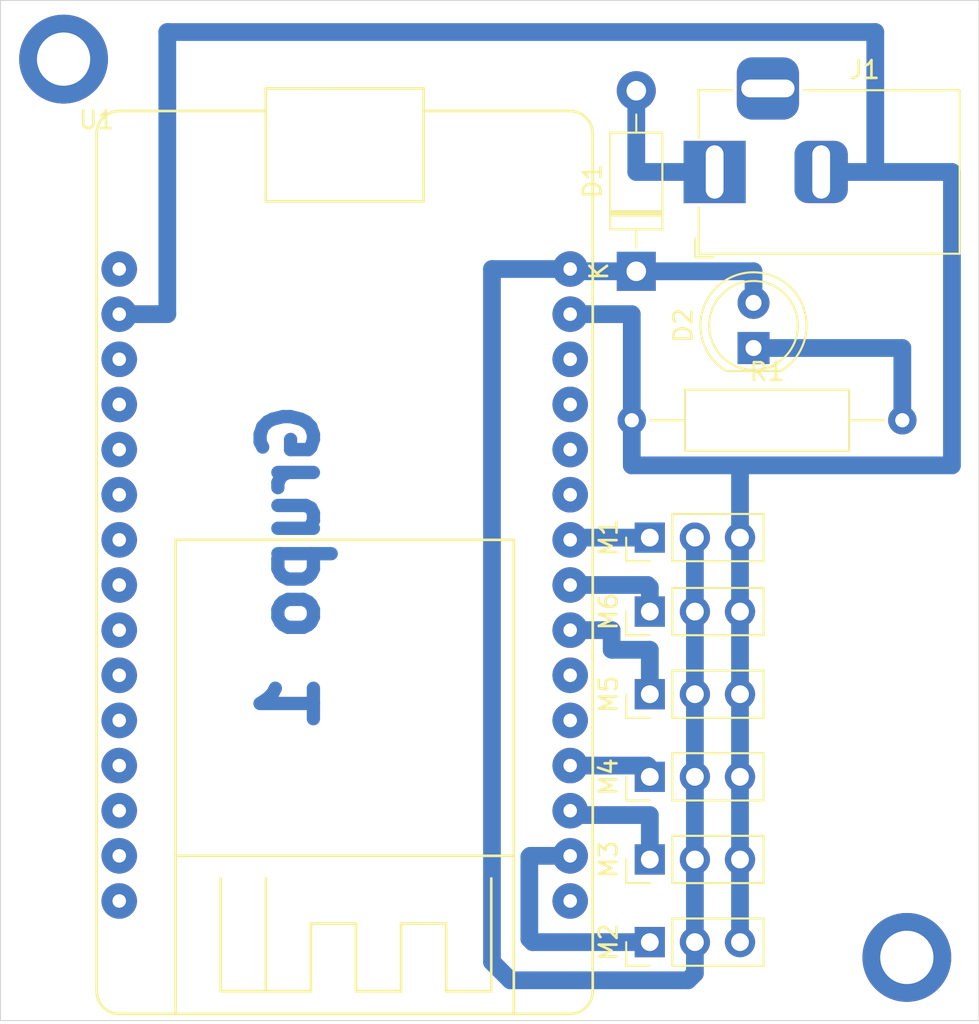
<source format=kicad_pcb>
(kicad_pcb (version 20240108) (generator "pcbnew") (generator_version "8.0")
  (layers (0 "F.Cu" signal) (31 "B.Cu" signal) (34 "B.Paste" user) (35 "F.Paste" user) (36 "B.SilkS" user "B.Silkscreen") (37 "F.SilkS" user "F.Silkscreen") (38 "B.Mask" user) (39 "F.Mask" user) (44 "Edge.Cuts" user))
  (net 0 "")
  (net 1 "+5V")
  (net 2 "Net-(D1-A)")
  (net 3 "GND")
  (net 4 "/SERVO1")
  (net 5 "/SERVO2")
  (net 6 "/SERVO3")
  (net 7 "/SERVO4")
  (net 8 "/SERVO5")
  (net 9 "/SERVO6")
  (net 26 "+3V3")
  (net 30 "Net-(D2-K)")
  (footprint "DOIT_ESP32:DOIT_ESP32_Devkit_mirko" (layer "F.Cu") (at 91.2735 57.531)
    (property "Reference" "U1" (at 0 0.5 0) (layer "F.SilkS"))
    (property "Value" "ESP32-Devkit-V1")
    (fp_line (start 0 49.53) (end 0 1.27) (stroke (width 0.15)) (layer "F.SilkS"))
    (fp_line (start 1.27 50.8) (end 26.67 50.8) (stroke (width 0.15)) (layer "F.SilkS"))
    (fp_line (start 4.445 24.13) (end 23.495 24.13) (stroke (width 0.15)) (layer "F.SilkS"))
    (fp_line (start 4.445 50.8) (end 4.445 24.13) (stroke (width 0.15)) (layer "F.SilkS"))
    (fp_line (start 6.985 43.18) (end 6.985 49.53) (stroke (width 0.15)) (layer "F.SilkS"))
    (fp_line (start 6.985 49.53) (end 9.525 49.53) (stroke (width 0.15)) (layer "F.SilkS"))
    (fp_line (start 9.525 -1.27) (end 9.525 5.08) (stroke (width 0.15)) (layer "F.SilkS"))
    (fp_line (start 9.525 0) (end 1.27 0) (stroke (width 0.15)) (layer "F.SilkS"))
    (fp_line (start 9.525 5.08) (end 10.795 5.08) (stroke (width 0.15)) (layer "F.SilkS"))
    (fp_line (start 9.525 49.53) (end 9.525 43.18) (stroke (width 0.15)) (layer "F.SilkS"))
    (fp_line (start 9.525 49.53) (end 12.065 49.53) (stroke (width 0.15)) (layer "F.SilkS"))
    (fp_line (start 10.795 -1.27) (end 9.525 -1.27) (stroke (width 0.15)) (layer "F.SilkS"))
    (fp_line (start 12.065 -1.27) (end 10.795 -1.27) (stroke (width 0.15)) (layer "F.SilkS"))
    (fp_line (start 12.065 -1.27) (end 18.415 -1.27) (stroke (width 0.15)) (layer "F.SilkS"))
    (fp_line (start 12.065 45.72) (end 14.605 45.72) (stroke (width 0.15)) (layer "F.SilkS"))
    (fp_line (start 12.065 46.99) (end 12.065 45.72) (stroke (width 0.15)) (layer "F.SilkS"))
    (fp_line (start 12.065 49.53) (end 12.065 46.99) (stroke (width 0.15)) (layer "F.SilkS"))
    (fp_line (start 14.605 45.72) (end 14.605 49.53) (stroke (width 0.15)) (layer "F.SilkS"))
    (fp_line (start 14.605 49.53) (end 17.145 49.53) (stroke (width 0.15)) (layer "F.SilkS"))
    (fp_line (start 17.145 45.72) (end 19.685 45.72) (stroke (width 0.15)) (layer "F.SilkS"))
    (fp_line (start 17.145 49.53) (end 17.145 45.72) (stroke (width 0.15)) (layer "F.SilkS"))
    (fp_line (start 18.415 -1.27) (end 18.415 2.54) (stroke (width 0.15)) (layer "F.SilkS"))
    (fp_line (start 18.415 0) (end 26.67 0) (stroke (width 0.15)) (layer "F.SilkS"))
    (fp_line (start 18.415 3.81) (end 18.415 2.54) (stroke (width 0.15)) (layer "F.SilkS"))
    (fp_line (start 18.415 3.81) (end 18.415 5.08) (stroke (width 0.15)) (layer "F.SilkS"))
    (fp_line (start 18.415 5.08) (end 10.795 5.08) (stroke (width 0.15)) (layer "F.SilkS"))
    (fp_line (start 19.685 45.72) (end 19.685 48.26) (stroke (width 0.15)) (layer "F.SilkS"))
    (fp_line (start 19.685 48.26) (end 19.685 49.53) (stroke (width 0.15)) (layer "F.SilkS"))
    (fp_line (start 19.685 49.53) (end 22.225 49.53) (stroke (width 0.15)) (layer "F.SilkS"))
    (fp_line (start 22.225 49.53) (end 22.225 43.18) (stroke (width 0.15)) (layer "F.SilkS"))
    (fp_line (start 23.495 24.13) (end 23.495 50.8) (stroke (width 0.15)) (layer "F.SilkS"))
    (fp_line (start 23.495 41.91) (end 4.445 41.91) (stroke (width 0.15)) (layer "F.SilkS"))
    (fp_line (start 27.94 1.27) (end 27.94 49.53) (stroke (width 0.15)) (layer "F.SilkS"))
    (fp_arc (start 0 1.27) (mid 0.371974 0.371974) (end 1.27 0) (stroke (width 0.15)) (layer "F.SilkS"))
    (fp_arc (start 1.27 50.8) (mid 0.371974 50.428026) (end 0 49.53) (stroke (width 0.15)) (layer "F.SilkS"))
    (fp_arc (start 26.67 0) (mid 27.568026 0.371974) (end 27.94 1.27) (stroke (width 0.15)) (layer "F.SilkS"))
    (fp_arc (start 27.94 49.53) (mid 27.568026 50.428026) (end 26.67 50.8) (stroke (width 0.15)) (layer "F.SilkS"))
    (pad "1" thru_hole circle (at 26.67 8.89) (size 2 2) (drill 0.762) (layers "*.Cu" "*.Mask") (net 1 "+5V"))
    (pad "2" thru_hole circle (at 26.67 11.43) (size 2 2) (drill 0.762) (layers "*.Cu" "*.Mask") (net 3 "GND"))
    (pad "3" thru_hole circle (at 26.67 13.97) (size 2 2) (drill 0.762) (layers "*.Cu" "*.Mask"))
    (pad "4" thru_hole circle (at 26.67 16.51) (size 2 2) (drill 0.762) (layers "*.Cu" "*.Mask"))
    (pad "5" thru_hole circle (at 26.67 19.05) (size 2 2) (drill 0.762) (layers "*.Cu" "*.Mask"))
    (pad "6" thru_hole circle (at 26.67 21.59) (size 2 2) (drill 0.762) (layers "*.Cu" "*.Mask"))
    (pad "7" thru_hole circle (at 26.67 24.13) (size 2 2) (drill 0.762) (layers "*.Cu" "*.Mask") (net 4 "/SERVO1"))
    (pad "8" thru_hole circle (at 26.67 26.67) (size 2 2) (drill 0.762) (layers "*.Cu" "*.Mask") (net 9 "/SERVO6"))
    (pad "9" thru_hole circle (at 26.67 29.21) (size 2 2) (drill 0.762) (layers "*.Cu" "*.Mask") (net 8 "/SERVO5"))
    (pad "10" thru_hole circle (at 26.67 31.75) (size 2 2) (drill 0.762) (layers "*.Cu" "*.Mask"))
    (pad "11" thru_hole circle (at 26.67 34.29) (size 2 2) (drill 0.762) (layers "*.Cu" "*.Mask"))
    (pad "12" thru_hole circle (at 26.67 36.83) (size 2 2) (drill 0.762) (layers "*.Cu" "*.Mask") (net 7 "/SERVO4"))
    (pad "13" thru_hole circle (at 26.67 39.37) (size 2 2) (drill 0.762) (layers "*.Cu" "*.Mask") (net 6 "/SERVO3"))
    (pad "14" thru_hole circle (at 26.67 41.91) (size 2 2) (drill 0.762) (layers "*.Cu" "*.Mask") (net 5 "/SERVO2"))
    (pad "15" thru_hole circle (at 26.67 44.45) (size 2 2) (drill 0.762) (layers "*.Cu" "*.Mask"))
    (pad "16" thru_hole circle (at 1.27 44.45) (size 2 2) (drill 0.762) (layers "*.Cu" "*.Mask"))
    (pad "17" thru_hole circle (at 1.27 41.91) (size 2 2) (drill 0.762) (layers "*.Cu" "*.Mask"))
    (pad "18" thru_hole circle (at 1.27 39.37) (size 2 2) (drill 0.762) (layers "*.Cu" "*.Mask"))
    (pad "19" thru_hole circle (at 1.27 36.83) (size 2 2) (drill 0.762) (layers "*.Cu" "*.Mask"))
    (pad "20" thru_hole circle (at 1.27 34.29) (size 2 2) (drill 0.762) (layers "*.Cu" "*.Mask"))
    (pad "21" thru_hole circle (at 1.27 31.75) (size 2 2) (drill 0.762) (layers "*.Cu" "*.Mask"))
    (pad "22" thru_hole circle (at 1.27 29.21) (size 2 2) (drill 0.762) (layers "*.Cu" "*.Mask"))
    (pad "23" thru_hole circle (at 1.27 26.67) (size 2 2) (drill 0.762) (layers "*.Cu" "*.Mask"))
    (pad "24" thru_hole circle (at 1.27 24.13) (size 2 2) (drill 0.762) (layers "*.Cu" "*.Mask"))
    (pad "25" thru_hole circle (at 1.27 21.59) (size 2 2) (drill 0.762) (layers "*.Cu" "*.Mask"))
    (pad "26" thru_hole circle (at 1.27 19.05) (size 2 2) (drill 0.762) (layers "*.Cu" "*.Mask"))
    (pad "27" thru_hole circle (at 1.27 16.51) (size 2 2) (drill 0.762) (layers "*.Cu" "*.Mask"))
    (pad "28" thru_hole circle (at 1.27 13.97) (size 2 2) (drill 0.762) (layers "*.Cu" "*.Mask"))
    (pad "29" thru_hole circle (at 1.27 11.43) (size 2 2) (drill 0.762) (layers "*.Cu" "*.Mask") (net 3 "GND"))
    (pad "30" thru_hole circle (at 1.27 8.89) (size 2 2) (drill 0.762) (layers "*.Cu" "*.Mask") (net 26 "+3V3"))
  )
  (footprint "Connector_BarrelJack:BarrelJack_Horizontal" (layer "F.Cu") (at 126.08 60.96 180)
    (property "Reference" "J1" (at -8.45 5.75 180) (layer "F.SilkS"))
    (property "Value" "Jack-DC")
    (fp_line (start 1.1 -3.75) (end 1.1 -4.8) (stroke (width 0.12)) (layer "F.SilkS"))
    (fp_line (start 0.9 4.6) (end -1 4.6) (stroke (width 0.12)) (layer "F.SilkS"))
    (fp_line (start 0.9 1.9) (end 0.9 4.6) (stroke (width 0.12)) (layer "F.SilkS"))
    (fp_line (start 0.9 -4.6) (end 0.9 -2) (stroke (width 0.12)) (layer "F.SilkS"))
    (fp_line (start 0.05 -4.8) (end 1.1 -4.8) (stroke (width 0.12)) (layer "F.SilkS"))
    (fp_line (start -5 4.6) (end -13.8 4.6) (stroke (width 0.12)) (layer "F.SilkS"))
    (fp_line (start -13.8 4.6) (end -13.8 -4.6) (stroke (width 0.12)) (layer "F.SilkS"))
    (fp_line (start -13.8 -4.6) (end 0.9 -4.6) (stroke (width 0.12)) (layer "F.SilkS"))
    (pad "1" thru_hole rect (at 0 0 180) (size 3.5 3.5) (drill oval 1 3) (layers "*.Cu" "*.Mask") (net 2 "Net-(D1-A)"))
    (pad "2" thru_hole roundrect (at -6 0 180) (size 3 3.5) (drill oval 1 3) (layers "*.Cu" "*.Mask") (net 3 "GND"))
    (pad "3" thru_hole roundrect (at -3 4.7 180) (size 3.5 3.5) (drill oval 3 1) (layers "*.Cu" "*.Mask"))
  )
  (footprint "Connector_PinHeader_2.54mm:PinHeader_1x03_P2.54mm_Vertical" (layer "F.Cu") (at 122.428 85.696 90)
    (property "Reference" "M6" (at 0 -2.33 -90) (layer "F.SilkS"))
    (property "Value" "Motor_Servo")
    (fp_line (start -1.33 -1.33) (end 0 -1.33) (stroke (width 0.12)) (layer "F.SilkS"))
    (fp_line (start -1.33 0) (end -1.33 -1.33) (stroke (width 0.12)) (layer "F.SilkS"))
    (fp_line (start 1.33 1.27) (end 1.33 6.41) (stroke (width 0.12)) (layer "F.SilkS"))
    (fp_line (start -1.33 1.27) (end 1.33 1.27) (stroke (width 0.12)) (layer "F.SilkS"))
    (fp_line (start -1.33 1.27) (end -1.33 6.41) (stroke (width 0.12)) (layer "F.SilkS"))
    (fp_line (start -1.33 6.41) (end 1.33 6.41) (stroke (width 0.12)) (layer "F.SilkS"))
    (pad "1" thru_hole rect (at 0 0 90) (size 1.7 1.7) (drill 1) (layers "*.Cu" "*.Mask") (net 9 "/SERVO6"))
    (pad "2" thru_hole oval (at 0 2.54 90) (size 1.7 1.7) (drill 1) (layers "*.Cu" "*.Mask") (net 1 "+5V"))
    (pad "3" thru_hole oval (at 0 5.08 90) (size 1.7 1.7) (drill 1) (layers "*.Cu" "*.Mask") (net 3 "GND"))
  )
  (footprint "Diode_THT:D_DO-41_SOD81_P10.16mm_Horizontal" (layer "F.Cu") (at 121.666 66.548 90)
    (property "Reference" "D1" (at 5.08 -2.47 -90) (layer "F.SilkS"))
    (property "Value" "1N4007")
    (fp_line (start 7.8 -1.47) (end 2.36 -1.47) (stroke (width 0.12)) (layer "F.SilkS"))
    (fp_line (start 3.38 -1.47) (end 3.38 1.47) (stroke (width 0.12)) (layer "F.SilkS"))
    (fp_line (start 3.26 -1.47) (end 3.26 1.47) (stroke (width 0.12)) (layer "F.SilkS"))
    (fp_line (start 3.14 -1.47) (end 3.14 1.47) (stroke (width 0.12)) (layer "F.SilkS"))
    (fp_line (start 2.36 -1.47) (end 2.36 1.47) (stroke (width 0.12)) (layer "F.SilkS"))
    (fp_line (start 8.82 0) (end 7.8 0) (stroke (width 0.12)) (layer "F.SilkS"))
    (fp_line (start 1.34 0) (end 2.36 0) (stroke (width 0.12)) (layer "F.SilkS"))
    (fp_line (start 7.8 1.47) (end 7.8 -1.47) (stroke (width 0.12)) (layer "F.SilkS"))
    (fp_line (start 2.36 1.47) (end 7.8 1.47) (stroke (width 0.12)) (layer "F.SilkS"))
    (fp_text user "K" (at 0 -2.1 -90) (layer "F.SilkS"))
    (pad "1" thru_hole rect (at 0 0 90) (size 2.2 2.2) (drill 1.1) (layers "*.Cu" "*.Mask") (net 1 "+5V"))
    (pad "2" thru_hole oval (at 10.16 0 90) (size 2.2 2.2) (drill 1.1) (layers "*.Cu" "*.Mask") (net 2 "Net-(D1-A)"))
  )
  (footprint "Connector_PinHeader_2.54mm:PinHeader_1x03_P2.54mm_Vertical" (layer "F.Cu") (at 122.428 90.346 90)
    (property "Reference" "M5" (at 0 -2.33 -90) (layer "F.SilkS"))
    (property "Value" "Motor_Servo")
    (fp_line (start -1.33 -1.33) (end 0 -1.33) (stroke (width 0.12)) (layer "F.SilkS"))
    (fp_line (start -1.33 0) (end -1.33 -1.33) (stroke (width 0.12)) (layer "F.SilkS"))
    (fp_line (start 1.33 1.27) (end 1.33 6.41) (stroke (width 0.12)) (layer "F.SilkS"))
    (fp_line (start -1.33 1.27) (end 1.33 1.27) (stroke (width 0.12)) (layer "F.SilkS"))
    (fp_line (start -1.33 1.27) (end -1.33 6.41) (stroke (width 0.12)) (layer "F.SilkS"))
    (fp_line (start -1.33 6.41) (end 1.33 6.41) (stroke (width 0.12)) (layer "F.SilkS"))
    (pad "1" thru_hole rect (at 0 0 90) (size 1.7 1.7) (drill 1) (layers "*.Cu" "*.Mask") (net 8 "/SERVO5"))
    (pad "2" thru_hole oval (at 0 2.54 90) (size 1.7 1.7) (drill 1) (layers "*.Cu" "*.Mask") (net 1 "+5V"))
    (pad "3" thru_hole oval (at 0 5.08 90) (size 1.7 1.7) (drill 1) (layers "*.Cu" "*.Mask") (net 3 "GND"))
  )
  (footprint "Connector_PinHeader_2.54mm:PinHeader_1x03_P2.54mm_Vertical" (layer "F.Cu") (at 122.428 104.296 90)
    (property "Reference" "M2" (at 0 -2.33 -90) (layer "F.SilkS"))
    (property "Value" "Motor_Servo")
    (fp_line (start -1.33 -1.33) (end 0 -1.33) (stroke (width 0.12)) (layer "F.SilkS"))
    (fp_line (start -1.33 0) (end -1.33 -1.33) (stroke (width 0.12)) (layer "F.SilkS"))
    (fp_line (start 1.33 1.27) (end 1.33 6.41) (stroke (width 0.12)) (layer "F.SilkS"))
    (fp_line (start -1.33 1.27) (end 1.33 1.27) (stroke (width 0.12)) (layer "F.SilkS"))
    (fp_line (start -1.33 1.27) (end -1.33 6.41) (stroke (width 0.12)) (layer "F.SilkS"))
    (fp_line (start -1.33 6.41) (end 1.33 6.41) (stroke (width 0.12)) (layer "F.SilkS"))
    (pad "1" thru_hole rect (at 0 0 90) (size 1.7 1.7) (drill 1) (layers "*.Cu" "*.Mask") (net 5 "/SERVO2"))
    (pad "2" thru_hole oval (at 0 2.54 90) (size 1.7 1.7) (drill 1) (layers "*.Cu" "*.Mask") (net 1 "+5V"))
    (pad "3" thru_hole oval (at 0 5.08 90) (size 1.7 1.7) (drill 1) (layers "*.Cu" "*.Mask") (net 3 "GND"))
  )
  (footprint "Connector_PinHeader_2.54mm:PinHeader_1x03_P2.54mm_Vertical" (layer "F.Cu") (at 122.428 94.996 90)
    (property "Reference" "M4" (at 0 -2.33 -90) (layer "F.SilkS"))
    (property "Value" "Motor_Servo")
    (fp_line (start -1.33 -1.33) (end 0 -1.33) (stroke (width 0.12)) (layer "F.SilkS"))
    (fp_line (start -1.33 0) (end -1.33 -1.33) (stroke (width 0.12)) (layer "F.SilkS"))
    (fp_line (start 1.33 1.27) (end 1.33 6.41) (stroke (width 0.12)) (layer "F.SilkS"))
    (fp_line (start -1.33 1.27) (end 1.33 1.27) (stroke (width 0.12)) (layer "F.SilkS"))
    (fp_line (start -1.33 1.27) (end -1.33 6.41) (stroke (width 0.12)) (layer "F.SilkS"))
    (fp_line (start -1.33 6.41) (end 1.33 6.41) (stroke (width 0.12)) (layer "F.SilkS"))
    (pad "1" thru_hole rect (at 0 0 90) (size 1.7 1.7) (drill 1) (layers "*.Cu" "*.Mask") (net 7 "/SERVO4"))
    (pad "2" thru_hole oval (at 0 2.54 90) (size 1.7 1.7) (drill 1) (layers "*.Cu" "*.Mask") (net 1 "+5V"))
    (pad "3" thru_hole oval (at 0 5.08 90) (size 1.7 1.7) (drill 1) (layers "*.Cu" "*.Mask") (net 3 "GND"))
  )
  (footprint "Connector_PinHeader_2.54mm:PinHeader_1x03_P2.54mm_Vertical" (layer "F.Cu") (at 122.428 99.646 90)
    (property "Reference" "M3" (at 0 -2.33 -90) (layer "F.SilkS"))
    (property "Value" "Motor_Servo")
    (fp_line (start -1.33 -1.33) (end 0 -1.33) (stroke (width 0.12)) (layer "F.SilkS"))
    (fp_line (start -1.33 0) (end -1.33 -1.33) (stroke (width 0.12)) (layer "F.SilkS"))
    (fp_line (start 1.33 1.27) (end 1.33 6.41) (stroke (width 0.12)) (layer "F.SilkS"))
    (fp_line (start -1.33 1.27) (end 1.33 1.27) (stroke (width 0.12)) (layer "F.SilkS"))
    (fp_line (start -1.33 1.27) (end -1.33 6.41) (stroke (width 0.12)) (layer "F.SilkS"))
    (fp_line (start -1.33 6.41) (end 1.33 6.41) (stroke (width 0.12)) (layer "F.SilkS"))
    (pad "1" thru_hole rect (at 0 0 90) (size 1.7 1.7) (drill 1) (layers "*.Cu" "*.Mask") (net 6 "/SERVO3"))
    (pad "2" thru_hole oval (at 0 2.54 90) (size 1.7 1.7) (drill 1) (layers "*.Cu" "*.Mask") (net 1 "+5V"))
    (pad "3" thru_hole oval (at 0 5.08 90) (size 1.7 1.7) (drill 1) (layers "*.Cu" "*.Mask") (net 3 "GND"))
  )
  (footprint "Resistor_THT:R_Axial_DIN0309_L9.0mm_D3.2mm_P15.24mm_Horizontal" (layer "F.Cu") (at 121.412 74.93)
    (property "Reference" "R1" (at 7.62 -2.72 0) (layer "F.SilkS"))
    (property "Value" "R_US")
    (fp_line (start 1.04 0) (end 3 0) (stroke (width 0.12)) (layer "F.SilkS"))
    (fp_line (start 3 -1.72) (end 3 1.72) (stroke (width 0.12)) (layer "F.SilkS"))
    (fp_line (start 3 1.72) (end 12.24 1.72) (stroke (width 0.12)) (layer "F.SilkS"))
    (fp_line (start 12.24 -1.72) (end 3 -1.72) (stroke (width 0.12)) (layer "F.SilkS"))
    (fp_line (start 12.24 1.72) (end 12.24 -1.72) (stroke (width 0.12)) (layer "F.SilkS"))
    (fp_line (start 14.2 0) (end 12.24 0) (stroke (width 0.12)) (layer "F.SilkS"))
    (pad "1" thru_hole circle (at 0 0) (size 1.6 1.6) (drill 0.8) (layers "*.Cu" "*.Mask") (net 3 "GND"))
    (pad "2" thru_hole oval (at 15.24 0) (size 1.6 1.6) (drill 0.8) (layers "*.Cu" "*.Mask") (net 30 "Net-(D2-K)"))
  )
  (footprint "LED_THT:LED_D5.0mm" (layer "F.Cu") (at 128.27 70.866 90)
    (property "Reference" "D2" (at 1.27 -3.96 -90) (layer "F.SilkS"))
    (property "Value" "LED")
    (fp_line (start -1.29 -1.545) (end -1.29 1.545) (stroke (width 0.12)) (layer "F.SilkS"))
    (fp_arc (start -1.29 -1.54483) (mid 2.072002 -2.880433) (end 4.26 0.000462) (stroke (width 0.12)) (layer "F.SilkS"))
    (fp_arc (start 4.26 -0.000462) (mid 2.072002 2.880433) (end -1.29 1.54483) (stroke (width 0.12)) (layer "F.SilkS"))
    (fp_circle (center 1.27 0) (end 3.77 0) (stroke (width 0.12)) (fill none) (layer "F.SilkS"))
    (pad "1" thru_hole rect (at 0 0 90) (size 1.8 1.8) (drill 0.9) (layers "*.Cu" "*.Mask") (net 30 "Net-(D2-K)"))
    (pad "2" thru_hole circle (at 2.54 0 90) (size 1.8 1.8) (drill 0.9) (layers "*.Cu" "*.Mask") (net 1 "+5V"))
  )
  (footprint "Connector_PinHeader_2.54mm:PinHeader_1x03_P2.54mm_Vertical" (layer "F.Cu") (at 122.428 81.534 90)
    (property "Reference" "M1" (at 0 -2.33 -90) (layer "F.SilkS"))
    (property "Value" "Motor_Servo")
    (fp_line (start -1.33 -1.33) (end 0 -1.33) (stroke (width 0.12)) (layer "F.SilkS"))
    (fp_line (start -1.33 0) (end -1.33 -1.33) (stroke (width 0.12)) (layer "F.SilkS"))
    (fp_line (start 1.33 1.27) (end 1.33 6.41) (stroke (width 0.12)) (layer "F.SilkS"))
    (fp_line (start -1.33 1.27) (end 1.33 1.27) (stroke (width 0.12)) (layer "F.SilkS"))
    (fp_line (start -1.33 1.27) (end -1.33 6.41) (stroke (width 0.12)) (layer "F.SilkS"))
    (fp_line (start -1.33 6.41) (end 1.33 6.41) (stroke (width 0.12)) (layer "F.SilkS"))
    (pad "1" thru_hole rect (at 0 0 90) (size 1.7 1.7) (drill 1) (layers "*.Cu" "*.Mask") (net 4 "/SERVO1"))
    (pad "2" thru_hole oval (at 0 2.54 90) (size 1.7 1.7) (drill 1) (layers "*.Cu" "*.Mask") (net 1 "+5V"))
    (pad "3" thru_hole oval (at 0 5.08 90) (size 1.7 1.7) (drill 1) (layers "*.Cu" "*.Mask") (net 3 "GND"))
  )
  (gr_rect (start 85.852 51.308) (end 140.97 108.712) (stroke (width 0.05)) (fill none) (layer "Edge.Cuts"))
  (gr_text "Grupo 1" (at 103.886 73.66 90) (layer "B.Cu") (effects (font (size 3 3) (thickness 0.75) (bold yes)) (justify left bottom mirror)))
  (via (at 89.408 54.61) (size 5) (drill 3) (layers "F.Cu" "B.Cu") (net 0))
  (via (at 136.906 105.156) (size 5) (drill 3) (layers "F.Cu" "B.Cu") (net 0))
  (segment (start 118.0705 66.548) (end 117.9435 66.421) (width 1) (layer "B.Cu") (net 1))
  (segment (start 124.968 104.296) (end 124.968 106.056) (width 1) (layer "B.Cu") (net 1))
  (segment (start 124.968 81.534) (end 124.968 104.296) (width 1) (layer "B.Cu") (net 1))
  (segment (start 114.574 106.446) (end 113.538 105.41) (width 1) (layer "B.Cu") (net 1))
  (segment (start 121.666 66.548) (end 118.0705 66.548) (width 1) (layer "B.Cu") (net 1))
  (segment (start 128.27 66.548) (end 121.666 66.548) (width 1) (layer "B.Cu") (net 1))
  (segment (start 113.538 66.421) (end 117.9435 66.421) (width 1) (layer "B.Cu") (net 1))
  (segment (start 113.538 105.41) (end 113.538 66.421) (width 1) (layer "B.Cu") (net 1))
  (segment (start 124.578 106.446) (end 114.574 106.446) (width 1) (layer "B.Cu") (net 1))
  (segment (start 128.27 68.326) (end 128.27 66.548) (width 1) (layer "B.Cu") (net 1))
  (segment (start 124.968 106.056) (end 124.578 106.446) (width 1) (layer "B.Cu") (net 1))
  (segment (start 121.666 60.96) (end 121.666 56.388) (width 1) (layer "B.Cu") (net 2))
  (segment (start 126.08 60.96) (end 121.666 60.96) (width 1) (layer "B.Cu") (net 2))
  (segment (start 135.128 53.086) (end 95.25 53.086) (width 1) (layer "B.Cu") (net 3))
  (segment (start 127.508 77.47) (end 121.412 77.47) (width 1) (layer "B.Cu") (net 3))
  (segment (start 121.412 77.47) (end 121.412 74.93) (width 1) (layer "B.Cu") (net 3))
  (segment (start 127.508 81.534) (end 127.508 77.47) (width 1) (layer "B.Cu") (net 3))
  (segment (start 135.128 60.96) (end 135.128 53.086) (width 1) (layer "B.Cu") (net 3))
  (segment (start 121.412 68.961) (end 117.9435 68.961) (width 1) (layer "B.Cu") (net 3))
  (segment (start 132.08 60.96) (end 135.128 60.96) (width 1) (layer "B.Cu") (net 3))
  (segment (start 139.446 60.96) (end 139.446 77.47) (width 1) (layer "B.Cu") (net 3))
  (segment (start 139.446 77.47) (end 127.508 77.47) (width 1) (layer "B.Cu") (net 3))
  (segment (start 127.508 81.534) (end 127.508 104.296) (width 1) (layer "B.Cu") (net 3))
  (segment (start 95.25 68.961) (end 92.5435 68.961) (width 1) (layer "B.Cu") (net 3))
  (segment (start 135.128 60.96) (end 139.446 60.96) (width 1) (layer "B.Cu") (net 3))
  (segment (start 121.412 74.93) (end 121.412 68.961) (width 1) (layer "B.Cu") (net 3))
  (segment (start 95.25 53.086) (end 95.25 68.961) (width 1) (layer "B.Cu") (net 3))
  (segment (start 118.0705 81.534) (end 117.9435 81.661) (width 1) (layer "B.Cu") (net 4))
  (segment (start 122.428 81.534) (end 118.0705 81.534) (width 1) (layer "B.Cu") (net 4))
  (segment (start 115.697 99.441) (end 115.6435 99.4945) (width 1) (layer "B.Cu") (net 5))
  (segment (start 115.824 104.296) (end 122.428 104.296) (width 1) (layer "B.Cu") (net 5))
  (segment (start 115.6435 99.4945) (end 115.6435 104.1155) (width 1) (layer "B.Cu") (net 5))
  (segment (start 115.6435 104.1155) (end 115.824 104.296) (width 1) (layer "B.Cu") (net 5))
  (segment (start 117.9435 99.441) (end 115.697 99.441) (width 1) (layer "B.Cu") (net 5))
  (segment (start 118.1885 97.146) (end 117.9435 96.901) (width 1) (layer "B.Cu") (net 6))
  (segment (start 122.428 97.146) (end 118.1885 97.146) (width 1) (layer "B.Cu") (net 6))
  (segment (start 122.428 99.646) (end 122.428 97.146) (width 1) (layer "B.Cu") (net 6))
  (segment (start 122.428 94.996) (end 122.428 94.488) (width 1) (layer "B.Cu") (net 7))
  (segment (start 122.428 94.488) (end 122.301 94.361) (width 1) (layer "B.Cu") (net 7))
  (segment (start 122.301 94.361) (end 117.9435 94.361) (width 1) (layer "B.Cu") (net 7))
  (segment (start 122.428 87.846) (end 122.428 90.346) (width 1) (layer "B.Cu") (net 8))
  (segment (start 120.278 86.741) (end 120.278 87.846) (width 1) (layer "B.Cu") (net 8))
  (segment (start 120.278 87.846) (end 122.428 87.846) (width 1) (layer "B.Cu") (net 8))
  (segment (start 117.9435 86.741) (end 120.278 86.741) (width 1) (layer "B.Cu") (net 8))
  (segment (start 122.301 84.201) (end 122.428 84.328) (width 1) (layer "B.Cu") (net 9))
  (segment (start 117.9435 84.201) (end 122.301 84.201) (width 1) (layer "B.Cu") (net 9))
  (segment (start 122.428 84.328) (end 122.428 85.696) (width 1) (layer "B.Cu") (net 9))
  (segment (start 136.652 70.866) (end 136.652 74.93) (width 1) (layer "B.Cu") (net 30))
  (segment (start 128.27 70.866) (end 136.652 70.866) (width 1) (layer "B.Cu") (net 30))
)
</source>
